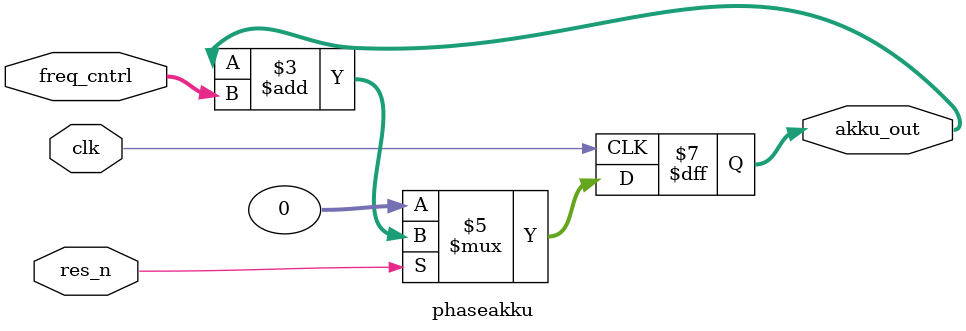
<source format=v>
/*
Author: Tobias Markus

initiation template
phaseakku #(        
        .WIDTH()
    )
phaseakku_I (
		.clk(),
		.res_n(),
	    .freq_cntrl(),
	    .akku_out()
	);
*/
module phaseakku
	#(
	    parameter WIDTH = 32 
  	)
	(
		input clk,
		input res_n,
	    input[WIDTH/2-1:0] freq_cntrl,
	    output reg[WIDTH-1:0] akku_out
	);
	
	always @(posedge clk) 
	begin
		if (res_n == 0) 
		begin
			akku_out <= {WIDTH{1'b0}};
		end
		else
		begin
			akku_out <= akku_out + freq_cntrl;
		end
	end
endmodule

</source>
